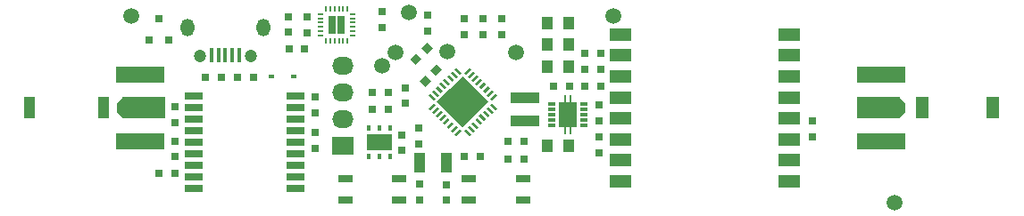
<source format=gts>
G04 #@! TF.FileFunction,Soldermask,Top*
%FSLAX46Y46*%
G04 Gerber Fmt 4.6, Leading zero omitted, Abs format (unit mm)*
G04 Created by KiCad (PCBNEW (2016-02-18 BZR 6566)-product) date Monday, 09 May 2016 23:43:43*
%MOMM*%
G01*
G04 APERTURE LIST*
%ADD10C,0.100000*%
%ADD11R,1.800000X0.700000*%
%ADD12R,1.800000X0.800000*%
%ADD13R,4.572000X1.524000*%
%ADD14R,4.071620X1.998980*%
%ADD15R,0.750000X0.800000*%
%ADD16R,0.800000X0.750000*%
%ADD17C,1.501140*%
%ADD18R,1.100000X1.900000*%
%ADD19R,2.400000X1.500000*%
%ADD20R,0.400000X0.600000*%
%ADD21R,2.000000X1.300000*%
%ADD22R,1.000000X1.250000*%
%ADD23R,2.032000X1.727200*%
%ADD24O,2.032000X1.727200*%
%ADD25R,0.650000X0.300000*%
%ADD26R,0.825000X1.200000*%
%ADD27R,0.280000X0.700000*%
%ADD28R,2.700020X1.000760*%
%ADD29R,0.200000X0.550000*%
%ADD30R,0.550000X0.200000*%
%ADD31R,0.800000X0.875000*%
%ADD32R,0.400000X1.350000*%
%ADD33C,1.200000*%
%ADD34O,1.300000X1.700000*%
%ADD35R,0.590000X0.450000*%
%ADD36R,0.800100X0.800100*%
%ADD37R,1.250000X2.000000*%
%ADD38R,1.000000X2.000000*%
%ADD39R,1.450000X0.700000*%
G04 APERTURE END LIST*
D10*
D11*
X122200000Y-87700000D03*
D12*
X122200000Y-86600000D03*
X122200000Y-85500000D03*
X122200000Y-84400000D03*
X122200000Y-83300000D03*
X122200000Y-82200000D03*
X122200000Y-81100000D03*
X122200000Y-80000000D03*
X122200000Y-78900000D03*
X112600000Y-78900000D03*
X112600000Y-80000000D03*
X112600000Y-81100000D03*
X112600000Y-82200000D03*
X112600000Y-83300000D03*
X112600000Y-84400000D03*
X112600000Y-85500000D03*
X112600000Y-86600000D03*
D11*
X112600000Y-87700000D03*
D13*
X177766700Y-76840240D03*
D10*
G36*
X179535810Y-81004570D02*
X179535810Y-79005590D01*
X180036190Y-79605030D01*
X180036190Y-80405130D01*
X179535810Y-81004570D01*
X179535810Y-81004570D01*
G37*
D13*
X177766700Y-83164840D03*
D14*
X177500000Y-80005080D03*
D10*
G36*
X134976408Y-80205254D02*
X134799631Y-80028477D01*
X135294606Y-79533502D01*
X135471383Y-79710279D01*
X134976408Y-80205254D01*
X134976408Y-80205254D01*
G37*
G36*
X135329961Y-80558808D02*
X135153184Y-80382031D01*
X135648159Y-79887056D01*
X135824936Y-80063833D01*
X135329961Y-80558808D01*
X135329961Y-80558808D01*
G37*
G36*
X135683515Y-80912361D02*
X135506738Y-80735584D01*
X136001713Y-80240609D01*
X136178490Y-80417386D01*
X135683515Y-80912361D01*
X135683515Y-80912361D01*
G37*
G36*
X136037068Y-81265915D02*
X135860291Y-81089138D01*
X136355266Y-80594163D01*
X136532043Y-80770940D01*
X136037068Y-81265915D01*
X136037068Y-81265915D01*
G37*
G36*
X136390621Y-81619468D02*
X136213844Y-81442691D01*
X136708819Y-80947716D01*
X136885596Y-81124493D01*
X136390621Y-81619468D01*
X136390621Y-81619468D01*
G37*
G36*
X136744175Y-81973021D02*
X136567398Y-81796244D01*
X137062373Y-81301269D01*
X137239150Y-81478046D01*
X136744175Y-81973021D01*
X136744175Y-81973021D01*
G37*
G36*
X137097728Y-82326575D02*
X136920951Y-82149798D01*
X137415926Y-81654823D01*
X137592703Y-81831600D01*
X137097728Y-82326575D01*
X137097728Y-82326575D01*
G37*
G36*
X137451282Y-82680128D02*
X137274505Y-82503351D01*
X137769480Y-82008376D01*
X137946257Y-82185153D01*
X137451282Y-82680128D01*
X137451282Y-82680128D01*
G37*
G36*
X138865495Y-82503351D02*
X138688718Y-82680128D01*
X138193743Y-82185153D01*
X138370520Y-82008376D01*
X138865495Y-82503351D01*
X138865495Y-82503351D01*
G37*
G36*
X139219049Y-82149798D02*
X139042272Y-82326575D01*
X138547297Y-81831600D01*
X138724074Y-81654823D01*
X139219049Y-82149798D01*
X139219049Y-82149798D01*
G37*
G36*
X139572602Y-81796244D02*
X139395825Y-81973021D01*
X138900850Y-81478046D01*
X139077627Y-81301269D01*
X139572602Y-81796244D01*
X139572602Y-81796244D01*
G37*
G36*
X139926156Y-81442691D02*
X139749379Y-81619468D01*
X139254404Y-81124493D01*
X139431181Y-80947716D01*
X139926156Y-81442691D01*
X139926156Y-81442691D01*
G37*
G36*
X140279709Y-81089138D02*
X140102932Y-81265915D01*
X139607957Y-80770940D01*
X139784734Y-80594163D01*
X140279709Y-81089138D01*
X140279709Y-81089138D01*
G37*
G36*
X140633262Y-80735584D02*
X140456485Y-80912361D01*
X139961510Y-80417386D01*
X140138287Y-80240609D01*
X140633262Y-80735584D01*
X140633262Y-80735584D01*
G37*
G36*
X140986816Y-80382031D02*
X140810039Y-80558808D01*
X140315064Y-80063833D01*
X140491841Y-79887056D01*
X140986816Y-80382031D01*
X140986816Y-80382031D01*
G37*
G36*
X141340369Y-80028477D02*
X141163592Y-80205254D01*
X140668617Y-79710279D01*
X140845394Y-79533502D01*
X141340369Y-80028477D01*
X141340369Y-80028477D01*
G37*
G36*
X140845394Y-79286016D02*
X140668617Y-79109239D01*
X141163592Y-78614264D01*
X141340369Y-78791041D01*
X140845394Y-79286016D01*
X140845394Y-79286016D01*
G37*
G36*
X140491841Y-78932462D02*
X140315064Y-78755685D01*
X140810039Y-78260710D01*
X140986816Y-78437487D01*
X140491841Y-78932462D01*
X140491841Y-78932462D01*
G37*
G36*
X140138287Y-78578909D02*
X139961510Y-78402132D01*
X140456485Y-77907157D01*
X140633262Y-78083934D01*
X140138287Y-78578909D01*
X140138287Y-78578909D01*
G37*
G36*
X139784734Y-78225355D02*
X139607957Y-78048578D01*
X140102932Y-77553603D01*
X140279709Y-77730380D01*
X139784734Y-78225355D01*
X139784734Y-78225355D01*
G37*
G36*
X139431181Y-77871802D02*
X139254404Y-77695025D01*
X139749379Y-77200050D01*
X139926156Y-77376827D01*
X139431181Y-77871802D01*
X139431181Y-77871802D01*
G37*
G36*
X139077627Y-77518249D02*
X138900850Y-77341472D01*
X139395825Y-76846497D01*
X139572602Y-77023274D01*
X139077627Y-77518249D01*
X139077627Y-77518249D01*
G37*
G36*
X138724074Y-77164695D02*
X138547297Y-76987918D01*
X139042272Y-76492943D01*
X139219049Y-76669720D01*
X138724074Y-77164695D01*
X138724074Y-77164695D01*
G37*
G36*
X138370520Y-76811142D02*
X138193743Y-76634365D01*
X138688718Y-76139390D01*
X138865495Y-76316167D01*
X138370520Y-76811142D01*
X138370520Y-76811142D01*
G37*
G36*
X137946257Y-76634365D02*
X137769480Y-76811142D01*
X137274505Y-76316167D01*
X137451282Y-76139390D01*
X137946257Y-76634365D01*
X137946257Y-76634365D01*
G37*
G36*
X137592703Y-76987918D02*
X137415926Y-77164695D01*
X136920951Y-76669720D01*
X137097728Y-76492943D01*
X137592703Y-76987918D01*
X137592703Y-76987918D01*
G37*
G36*
X137239150Y-77341472D02*
X137062373Y-77518249D01*
X136567398Y-77023274D01*
X136744175Y-76846497D01*
X137239150Y-77341472D01*
X137239150Y-77341472D01*
G37*
G36*
X136885596Y-77695025D02*
X136708819Y-77871802D01*
X136213844Y-77376827D01*
X136390621Y-77200050D01*
X136885596Y-77695025D01*
X136885596Y-77695025D01*
G37*
G36*
X136532043Y-78048578D02*
X136355266Y-78225355D01*
X135860291Y-77730380D01*
X136037068Y-77553603D01*
X136532043Y-78048578D01*
X136532043Y-78048578D01*
G37*
G36*
X136178490Y-78402132D02*
X136001713Y-78578909D01*
X135506738Y-78083934D01*
X135683515Y-77907157D01*
X136178490Y-78402132D01*
X136178490Y-78402132D01*
G37*
G36*
X135824936Y-78755685D02*
X135648159Y-78932462D01*
X135153184Y-78437487D01*
X135329961Y-78260710D01*
X135824936Y-78755685D01*
X135824936Y-78755685D01*
G37*
G36*
X135471383Y-79109239D02*
X135294606Y-79286016D01*
X134799631Y-78791041D01*
X134976408Y-78614264D01*
X135471383Y-79109239D01*
X135471383Y-79109239D01*
G37*
G36*
X139289759Y-80629518D02*
X138070000Y-79409759D01*
X139289759Y-78190000D01*
X140509518Y-79409759D01*
X139289759Y-80629518D01*
X139289759Y-80629518D01*
G37*
G36*
X138070000Y-79409759D02*
X136850241Y-78190000D01*
X138070000Y-76970241D01*
X139289759Y-78190000D01*
X138070000Y-79409759D01*
X138070000Y-79409759D01*
G37*
G36*
X138070000Y-81849277D02*
X136850241Y-80629518D01*
X138070000Y-79409759D01*
X139289759Y-80629518D01*
X138070000Y-81849277D01*
X138070000Y-81849277D01*
G37*
G36*
X136850241Y-80629518D02*
X135630482Y-79409759D01*
X136850241Y-78190000D01*
X138070000Y-79409759D01*
X136850241Y-80629518D01*
X136850241Y-80629518D01*
G37*
D15*
X132280000Y-82560000D03*
X132280000Y-84060000D03*
X121510000Y-71300000D03*
X121510000Y-72800000D03*
D16*
X123100000Y-74380000D03*
X121600000Y-74380000D03*
D15*
X123330000Y-72830000D03*
X123330000Y-71330000D03*
X138250000Y-73000000D03*
X138250000Y-71500000D03*
D17*
X136635002Y-74639998D03*
X130400000Y-76030000D03*
X131670000Y-74760000D03*
X152320000Y-71280000D03*
X132940000Y-70950000D03*
X143100000Y-74760000D03*
D15*
X141750000Y-71500000D03*
X141750000Y-73000000D03*
D16*
X139700000Y-84660000D03*
X138200000Y-84660000D03*
D15*
X132660000Y-78090000D03*
X132660000Y-79590000D03*
X140000000Y-73000000D03*
X140000000Y-71500000D03*
D16*
X131010000Y-80100000D03*
X129510000Y-80100000D03*
X131000000Y-78500000D03*
X129500000Y-78500000D03*
D15*
X151000000Y-84250000D03*
X151000000Y-82750000D03*
D16*
X151170000Y-74810000D03*
X149670000Y-74810000D03*
D15*
X110800000Y-83150000D03*
X110800000Y-84650000D03*
D16*
X116700000Y-77110000D03*
X118200000Y-77110000D03*
X115160000Y-77110000D03*
X113660000Y-77110000D03*
D18*
X134000000Y-85250000D03*
X136500000Y-85250000D03*
D16*
X143870000Y-83230000D03*
X142370000Y-83230000D03*
D15*
X134750000Y-72650000D03*
X134750000Y-71150000D03*
D10*
G36*
X134482322Y-77998008D02*
X133951992Y-77467678D01*
X134517678Y-76901992D01*
X135048008Y-77432322D01*
X134482322Y-77998008D01*
X134482322Y-77998008D01*
G37*
G36*
X135542982Y-76937348D02*
X135012652Y-76407018D01*
X135578338Y-75841332D01*
X136108668Y-76371662D01*
X135542982Y-76937348D01*
X135542982Y-76937348D01*
G37*
G36*
X133601992Y-75918338D02*
X133071662Y-75388008D01*
X133637348Y-74822322D01*
X134167678Y-75352652D01*
X133601992Y-75918338D01*
X133601992Y-75918338D01*
G37*
G36*
X134662652Y-74857678D02*
X134132322Y-74327348D01*
X134698008Y-73761662D01*
X135228338Y-74291992D01*
X134662652Y-74857678D01*
X134662652Y-74857678D01*
G37*
D15*
X134000000Y-87290000D03*
X134000000Y-88790000D03*
X136500000Y-88800000D03*
X136500000Y-87300000D03*
D19*
X130170000Y-83310000D03*
D20*
X129170000Y-84660000D03*
X130170000Y-84660000D03*
X131170000Y-84660000D03*
X131170000Y-81960000D03*
X130170000Y-81960000D03*
X129170000Y-81960000D03*
D21*
X153000000Y-73000000D03*
X153000000Y-75000000D03*
X153000000Y-77000000D03*
X153000000Y-79000000D03*
X153000000Y-81000000D03*
X153000000Y-83000000D03*
X153000000Y-85000000D03*
X153000000Y-87000000D03*
X169000000Y-87000000D03*
X169000000Y-85000000D03*
X169000000Y-83000000D03*
X169000000Y-81000000D03*
X169000000Y-79000000D03*
X169000000Y-77000000D03*
X169000000Y-75000000D03*
X169000000Y-73000000D03*
D22*
X146100000Y-71900000D03*
X148100000Y-71900000D03*
D15*
X171275000Y-81250000D03*
X171275000Y-82750000D03*
D22*
X146100000Y-83600000D03*
X148100000Y-83600000D03*
D15*
X151000000Y-79740000D03*
X151000000Y-81240000D03*
D16*
X146710000Y-77920000D03*
X148210000Y-77920000D03*
D22*
X146100000Y-76100000D03*
X148100000Y-76100000D03*
X146100000Y-74000000D03*
X148100000Y-74000000D03*
D15*
X124100000Y-82350000D03*
X124100000Y-83850000D03*
D16*
X110750000Y-86200000D03*
X109250000Y-86200000D03*
X142370000Y-84850000D03*
X143870000Y-84850000D03*
D23*
X126722000Y-83646000D03*
D24*
X126722000Y-81106000D03*
X126722000Y-78566000D03*
X126722000Y-76026000D03*
D25*
X146500000Y-79640000D03*
X146500000Y-80140000D03*
X146500000Y-80640000D03*
X146500000Y-81140000D03*
X146500000Y-81640000D03*
X149600000Y-81640000D03*
X149600000Y-81140000D03*
X149600000Y-80640000D03*
X149600000Y-80140000D03*
X149600000Y-79640000D03*
D26*
X148462500Y-81240000D03*
X148462500Y-80040000D03*
X147637500Y-81240000D03*
X147637500Y-80040000D03*
D27*
X148300000Y-79140000D03*
X147800000Y-79140000D03*
X147796000Y-82140000D03*
X148300000Y-82140000D03*
D16*
X151170000Y-77900000D03*
X149670000Y-77900000D03*
X151170000Y-76340000D03*
X149670000Y-76340000D03*
D17*
X178990000Y-89060000D03*
X106600000Y-71280000D03*
D28*
X143940000Y-81199820D03*
X143940000Y-79000180D03*
D15*
X110770000Y-81428000D03*
X110770000Y-79928000D03*
X130430000Y-72370000D03*
X130430000Y-70870000D03*
D13*
X107519300Y-83164840D03*
D10*
G36*
X105750190Y-79000510D02*
X105750190Y-80999490D01*
X105249810Y-80400050D01*
X105249810Y-79599950D01*
X105750190Y-79000510D01*
X105750190Y-79000510D01*
G37*
D13*
X107519300Y-76840240D03*
D14*
X107786000Y-80000000D03*
D29*
X127120000Y-70580000D03*
X126720000Y-70580000D03*
X126320000Y-70580000D03*
X125920000Y-70580000D03*
X125520000Y-70580000D03*
X125120000Y-70580000D03*
D30*
X124620000Y-71080000D03*
X124620000Y-71480000D03*
X124620000Y-71880000D03*
X124620000Y-72280000D03*
X124620000Y-72680000D03*
X124620000Y-73080000D03*
D29*
X125120000Y-73580000D03*
X125520000Y-73580000D03*
X125920000Y-73580000D03*
X126320000Y-73580000D03*
X126720000Y-73580000D03*
X127120000Y-73580000D03*
D30*
X127620000Y-73080000D03*
X127620000Y-72680000D03*
X127620000Y-72280000D03*
X127620000Y-71880000D03*
X127620000Y-71480000D03*
X127620000Y-71080000D03*
D31*
X125720000Y-72515000D03*
X126520000Y-72515000D03*
X125720000Y-71645000D03*
X126520000Y-71645000D03*
D32*
X116850000Y-74950000D03*
X116200000Y-74950000D03*
X115550000Y-74950000D03*
X114900000Y-74950000D03*
X114250000Y-74950000D03*
D33*
X117975000Y-75025000D03*
X113125000Y-75025000D03*
D34*
X119175000Y-72375000D03*
X111925000Y-72375000D03*
D35*
X119945000Y-77000000D03*
X122055000Y-77000000D03*
D36*
X108300000Y-73500760D03*
X110200000Y-73500760D03*
X109250000Y-71501780D03*
D37*
X181625000Y-80000000D03*
X188375000Y-80000000D03*
D38*
X104000000Y-80000000D03*
X97000000Y-80000000D03*
D15*
X124100000Y-78950000D03*
X124100000Y-80450000D03*
X133900000Y-81950000D03*
X133900000Y-83450000D03*
D39*
X132075000Y-86750000D03*
X126925000Y-86750000D03*
X126925000Y-88750000D03*
X132075000Y-88750000D03*
X143825000Y-86750000D03*
X138675000Y-86750000D03*
X138675000Y-88750000D03*
X143825000Y-88750000D03*
M02*

</source>
